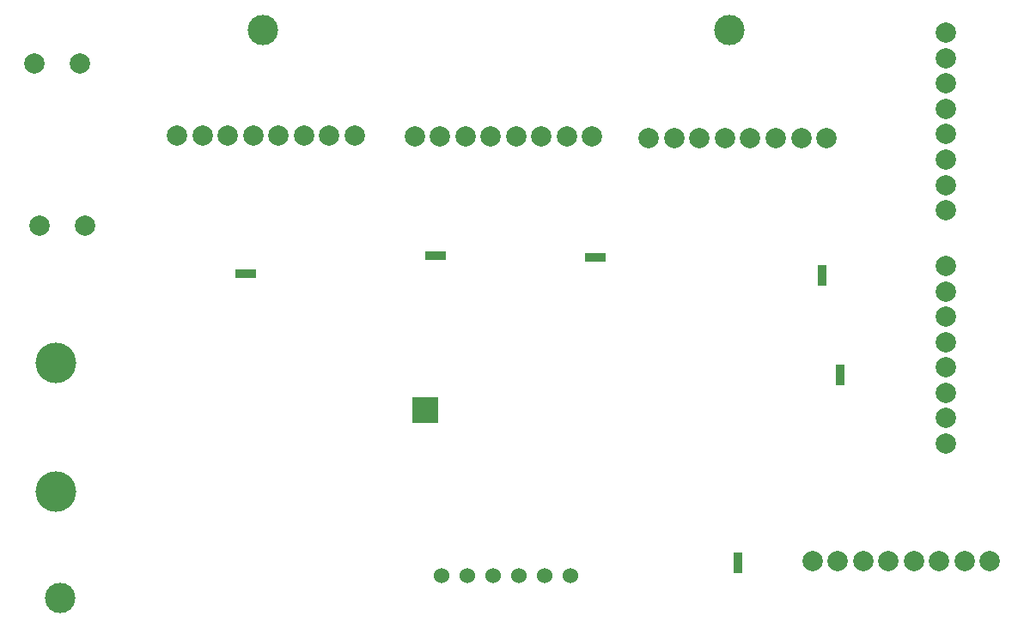
<source format=gbs>
G04 (created by PCBNEW (2013-08-24 BZR 4298)-stable) date Sat 23 Aug 2014 12:07:27 PM PDT*
%MOIN*%
G04 Gerber Fmt 3.4, Leading zero omitted, Abs format*
%FSLAX34Y34*%
G01*
G70*
G90*
G04 APERTURE LIST*
%ADD10C,0.005906*%
%ADD11C,0.078700*%
%ADD12R,0.098400X0.098400*%
%ADD13C,0.118110*%
%ADD14C,0.078740*%
%ADD15C,0.060000*%
%ADD16C,0.011811*%
%ADD17R,0.078740X0.035433*%
%ADD18R,0.035433X0.078740*%
%ADD19C,0.157480*%
G04 APERTURE END LIST*
G54D10*
G54D11*
X36811Y-28070D03*
X35039Y-28070D03*
G54D12*
X50003Y-35208D03*
G54D13*
X61811Y-20472D03*
X43700Y-20472D03*
X35826Y-42519D03*
G54D14*
X44311Y-24566D03*
X45295Y-24566D03*
X41358Y-24566D03*
X40374Y-24566D03*
X42342Y-24566D03*
X43326Y-24566D03*
X47263Y-24566D03*
X46279Y-24566D03*
X67972Y-41102D03*
X66988Y-41102D03*
X70925Y-41102D03*
X71909Y-41102D03*
X69940Y-41102D03*
X68956Y-41102D03*
X65019Y-41102D03*
X66003Y-41102D03*
X70196Y-33562D03*
X70196Y-34547D03*
X70196Y-30610D03*
X70196Y-29625D03*
X70196Y-31594D03*
X70196Y-32578D03*
X70196Y-36515D03*
X70196Y-35531D03*
X70196Y-24507D03*
X70196Y-25492D03*
X70196Y-21555D03*
X70196Y-20570D03*
X70196Y-22539D03*
X70196Y-23523D03*
X70196Y-27460D03*
X70196Y-26476D03*
X53523Y-24606D03*
X54507Y-24606D03*
X50570Y-24606D03*
X49586Y-24606D03*
X51555Y-24606D03*
X52539Y-24606D03*
X56476Y-24606D03*
X55492Y-24606D03*
X62618Y-24645D03*
X63602Y-24645D03*
X59665Y-24645D03*
X58681Y-24645D03*
X60649Y-24645D03*
X61633Y-24645D03*
X65570Y-24645D03*
X64586Y-24645D03*
G54D11*
X36614Y-21771D03*
X34842Y-21771D03*
G54D15*
X54641Y-41657D03*
X55641Y-41659D03*
X50649Y-41657D03*
X51649Y-41659D03*
X53645Y-41659D03*
X52645Y-41657D03*
G54D16*
X43031Y-29921D03*
G54D17*
X43031Y-29921D03*
G54D16*
X42755Y-29921D03*
X43307Y-29921D03*
X56594Y-29291D03*
G54D17*
X56594Y-29291D03*
G54D16*
X56318Y-29291D03*
X56870Y-29291D03*
X66102Y-33858D03*
G54D18*
X66102Y-33858D03*
G54D16*
X66102Y-33582D03*
X66102Y-34133D03*
X65413Y-29980D03*
G54D18*
X65413Y-29980D03*
G54D16*
X65413Y-29704D03*
X65413Y-30255D03*
X62129Y-41169D03*
G54D18*
X62129Y-41169D03*
G54D16*
X62129Y-40893D03*
X62129Y-41444D03*
X50393Y-29212D03*
G54D17*
X50393Y-29212D03*
G54D16*
X50118Y-29212D03*
X50669Y-29212D03*
G54D19*
X35681Y-38389D03*
X35681Y-33389D03*
M02*

</source>
